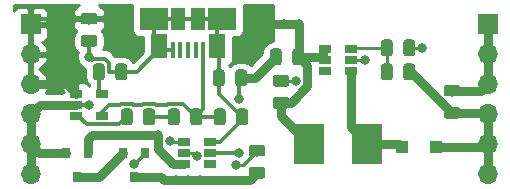
<source format=gbr>
G04 #@! TF.GenerationSoftware,KiCad,Pcbnew,(5.0.1)-3*
G04 #@! TF.CreationDate,2019-09-21T13:45:32-04:00*
G04 #@! TF.ProjectId,BMS Board Rev2,424D5320426F61726420526576322E6B,rev?*
G04 #@! TF.SameCoordinates,Original*
G04 #@! TF.FileFunction,Copper,L1,Top,Signal*
G04 #@! TF.FilePolarity,Positive*
%FSLAX46Y46*%
G04 Gerber Fmt 4.6, Leading zero omitted, Abs format (unit mm)*
G04 Created by KiCad (PCBNEW (5.0.1)-3) date 9/21/2019 1:45:32 PM*
%MOMM*%
%LPD*%
G01*
G04 APERTURE LIST*
G04 #@! TA.AperFunction,Conductor*
%ADD10C,0.100000*%
G04 #@! TD*
G04 #@! TA.AperFunction,SMDPad,CuDef*
%ADD11C,0.975000*%
G04 #@! TD*
G04 #@! TA.AperFunction,SMDPad,CuDef*
%ADD12R,0.450000X1.380000*%
G04 #@! TD*
G04 #@! TA.AperFunction,SMDPad,CuDef*
%ADD13R,1.475000X2.100000*%
G04 #@! TD*
G04 #@! TA.AperFunction,SMDPad,CuDef*
%ADD14R,2.375000X1.900000*%
G04 #@! TD*
G04 #@! TA.AperFunction,SMDPad,CuDef*
%ADD15R,1.175000X1.900000*%
G04 #@! TD*
G04 #@! TA.AperFunction,ComponentPad*
%ADD16R,1.700000X1.700000*%
G04 #@! TD*
G04 #@! TA.AperFunction,ComponentPad*
%ADD17O,1.700000X1.700000*%
G04 #@! TD*
G04 #@! TA.AperFunction,SMDPad,CuDef*
%ADD18R,2.575000X3.350000*%
G04 #@! TD*
G04 #@! TA.AperFunction,SMDPad,CuDef*
%ADD19R,1.100000X1.100000*%
G04 #@! TD*
G04 #@! TA.AperFunction,SMDPad,CuDef*
%ADD20R,0.800000X0.900000*%
G04 #@! TD*
G04 #@! TA.AperFunction,SMDPad,CuDef*
%ADD21R,1.060000X0.650000*%
G04 #@! TD*
G04 #@! TA.AperFunction,ViaPad*
%ADD22C,0.800000*%
G04 #@! TD*
G04 #@! TA.AperFunction,Conductor*
%ADD23C,0.350000*%
G04 #@! TD*
G04 #@! TA.AperFunction,Conductor*
%ADD24C,0.750000*%
G04 #@! TD*
G04 #@! TA.AperFunction,Conductor*
%ADD25C,0.250000*%
G04 #@! TD*
G04 #@! TA.AperFunction,Conductor*
%ADD26C,0.254000*%
G04 #@! TD*
G04 APERTURE END LIST*
D10*
G04 #@! TO.N,BAT-*
G04 #@! TO.C,C3*
G36*
X69314142Y-44647174D02*
X69337803Y-44650684D01*
X69361007Y-44656496D01*
X69383529Y-44664554D01*
X69405153Y-44674782D01*
X69425670Y-44687079D01*
X69444883Y-44701329D01*
X69462607Y-44717393D01*
X69478671Y-44735117D01*
X69492921Y-44754330D01*
X69505218Y-44774847D01*
X69515446Y-44796471D01*
X69523504Y-44818993D01*
X69529316Y-44842197D01*
X69532826Y-44865858D01*
X69534000Y-44889750D01*
X69534000Y-45377250D01*
X69532826Y-45401142D01*
X69529316Y-45424803D01*
X69523504Y-45448007D01*
X69515446Y-45470529D01*
X69505218Y-45492153D01*
X69492921Y-45512670D01*
X69478671Y-45531883D01*
X69462607Y-45549607D01*
X69444883Y-45565671D01*
X69425670Y-45579921D01*
X69405153Y-45592218D01*
X69383529Y-45602446D01*
X69361007Y-45610504D01*
X69337803Y-45616316D01*
X69314142Y-45619826D01*
X69290250Y-45621000D01*
X68377750Y-45621000D01*
X68353858Y-45619826D01*
X68330197Y-45616316D01*
X68306993Y-45610504D01*
X68284471Y-45602446D01*
X68262847Y-45592218D01*
X68242330Y-45579921D01*
X68223117Y-45565671D01*
X68205393Y-45549607D01*
X68189329Y-45531883D01*
X68175079Y-45512670D01*
X68162782Y-45492153D01*
X68152554Y-45470529D01*
X68144496Y-45448007D01*
X68138684Y-45424803D01*
X68135174Y-45401142D01*
X68134000Y-45377250D01*
X68134000Y-44889750D01*
X68135174Y-44865858D01*
X68138684Y-44842197D01*
X68144496Y-44818993D01*
X68152554Y-44796471D01*
X68162782Y-44774847D01*
X68175079Y-44754330D01*
X68189329Y-44735117D01*
X68205393Y-44717393D01*
X68223117Y-44701329D01*
X68242330Y-44687079D01*
X68262847Y-44674782D01*
X68284471Y-44664554D01*
X68306993Y-44656496D01*
X68330197Y-44650684D01*
X68353858Y-44647174D01*
X68377750Y-44646000D01*
X69290250Y-44646000D01*
X69314142Y-44647174D01*
X69314142Y-44647174D01*
G37*
D11*
G04 #@! TD*
G04 #@! TO.P,C3,2*
G04 #@! TO.N,BAT-*
X68834000Y-45133500D03*
D10*
G04 #@! TO.N,BAT+*
G04 #@! TO.C,C3*
G36*
X69314142Y-42772174D02*
X69337803Y-42775684D01*
X69361007Y-42781496D01*
X69383529Y-42789554D01*
X69405153Y-42799782D01*
X69425670Y-42812079D01*
X69444883Y-42826329D01*
X69462607Y-42842393D01*
X69478671Y-42860117D01*
X69492921Y-42879330D01*
X69505218Y-42899847D01*
X69515446Y-42921471D01*
X69523504Y-42943993D01*
X69529316Y-42967197D01*
X69532826Y-42990858D01*
X69534000Y-43014750D01*
X69534000Y-43502250D01*
X69532826Y-43526142D01*
X69529316Y-43549803D01*
X69523504Y-43573007D01*
X69515446Y-43595529D01*
X69505218Y-43617153D01*
X69492921Y-43637670D01*
X69478671Y-43656883D01*
X69462607Y-43674607D01*
X69444883Y-43690671D01*
X69425670Y-43704921D01*
X69405153Y-43717218D01*
X69383529Y-43727446D01*
X69361007Y-43735504D01*
X69337803Y-43741316D01*
X69314142Y-43744826D01*
X69290250Y-43746000D01*
X68377750Y-43746000D01*
X68353858Y-43744826D01*
X68330197Y-43741316D01*
X68306993Y-43735504D01*
X68284471Y-43727446D01*
X68262847Y-43717218D01*
X68242330Y-43704921D01*
X68223117Y-43690671D01*
X68205393Y-43674607D01*
X68189329Y-43656883D01*
X68175079Y-43637670D01*
X68162782Y-43617153D01*
X68152554Y-43595529D01*
X68144496Y-43573007D01*
X68138684Y-43549803D01*
X68135174Y-43526142D01*
X68134000Y-43502250D01*
X68134000Y-43014750D01*
X68135174Y-42990858D01*
X68138684Y-42967197D01*
X68144496Y-42943993D01*
X68152554Y-42921471D01*
X68162782Y-42899847D01*
X68175079Y-42879330D01*
X68189329Y-42860117D01*
X68205393Y-42842393D01*
X68223117Y-42826329D01*
X68242330Y-42812079D01*
X68262847Y-42799782D01*
X68284471Y-42789554D01*
X68306993Y-42781496D01*
X68330197Y-42775684D01*
X68353858Y-42772174D01*
X68377750Y-42771000D01*
X69290250Y-42771000D01*
X69314142Y-42772174D01*
X69314142Y-42772174D01*
G37*
D11*
G04 #@! TD*
G04 #@! TO.P,C3,1*
G04 #@! TO.N,BAT+*
X68834000Y-43258500D03*
D12*
G04 #@! TO.P,J2,1*
G04 #@! TO.N,Net-(C1-Pad1)*
X78516000Y-45910000D03*
G04 #@! TO.P,J2,2*
G04 #@! TO.N,Net-(J2-Pad2)*
X77866000Y-45910000D03*
G04 #@! TO.P,J2,3*
G04 #@! TO.N,Net-(J2-Pad3)*
X77216000Y-45910000D03*
G04 #@! TO.P,J2,4*
G04 #@! TO.N,Net-(J2-Pad4)*
X76566000Y-45910000D03*
G04 #@! TO.P,J2,5*
G04 #@! TO.N,BAT-*
X75916000Y-45910000D03*
D13*
G04 #@! TO.P,J2,6*
X79678500Y-45550000D03*
X74753500Y-45550000D03*
D14*
X80126000Y-43250000D03*
X74306000Y-43250000D03*
D15*
X78056000Y-43250000D03*
X76376000Y-43250000D03*
G04 #@! TD*
D16*
G04 #@! TO.P,J3,1*
G04 #@! TO.N,GND_Protected*
X102616000Y-43688000D03*
D17*
G04 #@! TO.P,J3,2*
X102616000Y-46228000D03*
G04 #@! TO.P,J3,3*
X102616000Y-48768000D03*
G04 #@! TO.P,J3,4*
G04 #@! TO.N,Net-(C5-Pad1)*
X102616000Y-51308000D03*
G04 #@! TO.P,J3,5*
X102616000Y-53848000D03*
G04 #@! TO.P,J3,6*
X102616000Y-56388000D03*
G04 #@! TD*
D18*
G04 #@! TO.P,L1,1*
G04 #@! TO.N,Net-(D2-Pad2)*
X92403500Y-53848000D03*
G04 #@! TO.P,L1,2*
G04 #@! TO.N,BAT+*
X87428500Y-53848000D03*
G04 #@! TD*
D10*
G04 #@! TO.N,Net-(C1-Pad1)*
G04 #@! TO.C,C1*
G36*
X80180642Y-50863174D02*
X80204303Y-50866684D01*
X80227507Y-50872496D01*
X80250029Y-50880554D01*
X80271653Y-50890782D01*
X80292170Y-50903079D01*
X80311383Y-50917329D01*
X80329107Y-50933393D01*
X80345171Y-50951117D01*
X80359421Y-50970330D01*
X80371718Y-50990847D01*
X80381946Y-51012471D01*
X80390004Y-51034993D01*
X80395816Y-51058197D01*
X80399326Y-51081858D01*
X80400500Y-51105750D01*
X80400500Y-52018250D01*
X80399326Y-52042142D01*
X80395816Y-52065803D01*
X80390004Y-52089007D01*
X80381946Y-52111529D01*
X80371718Y-52133153D01*
X80359421Y-52153670D01*
X80345171Y-52172883D01*
X80329107Y-52190607D01*
X80311383Y-52206671D01*
X80292170Y-52220921D01*
X80271653Y-52233218D01*
X80250029Y-52243446D01*
X80227507Y-52251504D01*
X80204303Y-52257316D01*
X80180642Y-52260826D01*
X80156750Y-52262000D01*
X79669250Y-52262000D01*
X79645358Y-52260826D01*
X79621697Y-52257316D01*
X79598493Y-52251504D01*
X79575971Y-52243446D01*
X79554347Y-52233218D01*
X79533830Y-52220921D01*
X79514617Y-52206671D01*
X79496893Y-52190607D01*
X79480829Y-52172883D01*
X79466579Y-52153670D01*
X79454282Y-52133153D01*
X79444054Y-52111529D01*
X79435996Y-52089007D01*
X79430184Y-52065803D01*
X79426674Y-52042142D01*
X79425500Y-52018250D01*
X79425500Y-51105750D01*
X79426674Y-51081858D01*
X79430184Y-51058197D01*
X79435996Y-51034993D01*
X79444054Y-51012471D01*
X79454282Y-50990847D01*
X79466579Y-50970330D01*
X79480829Y-50951117D01*
X79496893Y-50933393D01*
X79514617Y-50917329D01*
X79533830Y-50903079D01*
X79554347Y-50890782D01*
X79575971Y-50880554D01*
X79598493Y-50872496D01*
X79621697Y-50866684D01*
X79645358Y-50863174D01*
X79669250Y-50862000D01*
X80156750Y-50862000D01*
X80180642Y-50863174D01*
X80180642Y-50863174D01*
G37*
D11*
G04 #@! TD*
G04 #@! TO.P,C1,1*
G04 #@! TO.N,Net-(C1-Pad1)*
X79913000Y-51562000D03*
D10*
G04 #@! TO.N,BAT-*
G04 #@! TO.C,C1*
G36*
X82055642Y-50863174D02*
X82079303Y-50866684D01*
X82102507Y-50872496D01*
X82125029Y-50880554D01*
X82146653Y-50890782D01*
X82167170Y-50903079D01*
X82186383Y-50917329D01*
X82204107Y-50933393D01*
X82220171Y-50951117D01*
X82234421Y-50970330D01*
X82246718Y-50990847D01*
X82256946Y-51012471D01*
X82265004Y-51034993D01*
X82270816Y-51058197D01*
X82274326Y-51081858D01*
X82275500Y-51105750D01*
X82275500Y-52018250D01*
X82274326Y-52042142D01*
X82270816Y-52065803D01*
X82265004Y-52089007D01*
X82256946Y-52111529D01*
X82246718Y-52133153D01*
X82234421Y-52153670D01*
X82220171Y-52172883D01*
X82204107Y-52190607D01*
X82186383Y-52206671D01*
X82167170Y-52220921D01*
X82146653Y-52233218D01*
X82125029Y-52243446D01*
X82102507Y-52251504D01*
X82079303Y-52257316D01*
X82055642Y-52260826D01*
X82031750Y-52262000D01*
X81544250Y-52262000D01*
X81520358Y-52260826D01*
X81496697Y-52257316D01*
X81473493Y-52251504D01*
X81450971Y-52243446D01*
X81429347Y-52233218D01*
X81408830Y-52220921D01*
X81389617Y-52206671D01*
X81371893Y-52190607D01*
X81355829Y-52172883D01*
X81341579Y-52153670D01*
X81329282Y-52133153D01*
X81319054Y-52111529D01*
X81310996Y-52089007D01*
X81305184Y-52065803D01*
X81301674Y-52042142D01*
X81300500Y-52018250D01*
X81300500Y-51105750D01*
X81301674Y-51081858D01*
X81305184Y-51058197D01*
X81310996Y-51034993D01*
X81319054Y-51012471D01*
X81329282Y-50990847D01*
X81341579Y-50970330D01*
X81355829Y-50951117D01*
X81371893Y-50933393D01*
X81389617Y-50917329D01*
X81408830Y-50903079D01*
X81429347Y-50890782D01*
X81450971Y-50880554D01*
X81473493Y-50872496D01*
X81496697Y-50866684D01*
X81520358Y-50863174D01*
X81544250Y-50862000D01*
X82031750Y-50862000D01*
X82055642Y-50863174D01*
X82055642Y-50863174D01*
G37*
D11*
G04 #@! TD*
G04 #@! TO.P,C1,2*
G04 #@! TO.N,BAT-*
X81788000Y-51562000D03*
D10*
G04 #@! TO.N,BAT-*
G04 #@! TO.C,C2*
G36*
X80102142Y-47561174D02*
X80125803Y-47564684D01*
X80149007Y-47570496D01*
X80171529Y-47578554D01*
X80193153Y-47588782D01*
X80213670Y-47601079D01*
X80232883Y-47615329D01*
X80250607Y-47631393D01*
X80266671Y-47649117D01*
X80280921Y-47668330D01*
X80293218Y-47688847D01*
X80303446Y-47710471D01*
X80311504Y-47732993D01*
X80317316Y-47756197D01*
X80320826Y-47779858D01*
X80322000Y-47803750D01*
X80322000Y-48716250D01*
X80320826Y-48740142D01*
X80317316Y-48763803D01*
X80311504Y-48787007D01*
X80303446Y-48809529D01*
X80293218Y-48831153D01*
X80280921Y-48851670D01*
X80266671Y-48870883D01*
X80250607Y-48888607D01*
X80232883Y-48904671D01*
X80213670Y-48918921D01*
X80193153Y-48931218D01*
X80171529Y-48941446D01*
X80149007Y-48949504D01*
X80125803Y-48955316D01*
X80102142Y-48958826D01*
X80078250Y-48960000D01*
X79590750Y-48960000D01*
X79566858Y-48958826D01*
X79543197Y-48955316D01*
X79519993Y-48949504D01*
X79497471Y-48941446D01*
X79475847Y-48931218D01*
X79455330Y-48918921D01*
X79436117Y-48904671D01*
X79418393Y-48888607D01*
X79402329Y-48870883D01*
X79388079Y-48851670D01*
X79375782Y-48831153D01*
X79365554Y-48809529D01*
X79357496Y-48787007D01*
X79351684Y-48763803D01*
X79348174Y-48740142D01*
X79347000Y-48716250D01*
X79347000Y-47803750D01*
X79348174Y-47779858D01*
X79351684Y-47756197D01*
X79357496Y-47732993D01*
X79365554Y-47710471D01*
X79375782Y-47688847D01*
X79388079Y-47668330D01*
X79402329Y-47649117D01*
X79418393Y-47631393D01*
X79436117Y-47615329D01*
X79455330Y-47601079D01*
X79475847Y-47588782D01*
X79497471Y-47578554D01*
X79519993Y-47570496D01*
X79543197Y-47564684D01*
X79566858Y-47561174D01*
X79590750Y-47560000D01*
X80078250Y-47560000D01*
X80102142Y-47561174D01*
X80102142Y-47561174D01*
G37*
D11*
G04 #@! TD*
G04 #@! TO.P,C2,2*
G04 #@! TO.N,BAT-*
X79834500Y-48260000D03*
D10*
G04 #@! TO.N,Net-(C2-Pad1)*
G04 #@! TO.C,C2*
G36*
X81977142Y-47561174D02*
X82000803Y-47564684D01*
X82024007Y-47570496D01*
X82046529Y-47578554D01*
X82068153Y-47588782D01*
X82088670Y-47601079D01*
X82107883Y-47615329D01*
X82125607Y-47631393D01*
X82141671Y-47649117D01*
X82155921Y-47668330D01*
X82168218Y-47688847D01*
X82178446Y-47710471D01*
X82186504Y-47732993D01*
X82192316Y-47756197D01*
X82195826Y-47779858D01*
X82197000Y-47803750D01*
X82197000Y-48716250D01*
X82195826Y-48740142D01*
X82192316Y-48763803D01*
X82186504Y-48787007D01*
X82178446Y-48809529D01*
X82168218Y-48831153D01*
X82155921Y-48851670D01*
X82141671Y-48870883D01*
X82125607Y-48888607D01*
X82107883Y-48904671D01*
X82088670Y-48918921D01*
X82068153Y-48931218D01*
X82046529Y-48941446D01*
X82024007Y-48949504D01*
X82000803Y-48955316D01*
X81977142Y-48958826D01*
X81953250Y-48960000D01*
X81465750Y-48960000D01*
X81441858Y-48958826D01*
X81418197Y-48955316D01*
X81394993Y-48949504D01*
X81372471Y-48941446D01*
X81350847Y-48931218D01*
X81330330Y-48918921D01*
X81311117Y-48904671D01*
X81293393Y-48888607D01*
X81277329Y-48870883D01*
X81263079Y-48851670D01*
X81250782Y-48831153D01*
X81240554Y-48809529D01*
X81232496Y-48787007D01*
X81226684Y-48763803D01*
X81223174Y-48740142D01*
X81222000Y-48716250D01*
X81222000Y-47803750D01*
X81223174Y-47779858D01*
X81226684Y-47756197D01*
X81232496Y-47732993D01*
X81240554Y-47710471D01*
X81250782Y-47688847D01*
X81263079Y-47668330D01*
X81277329Y-47649117D01*
X81293393Y-47631393D01*
X81311117Y-47615329D01*
X81330330Y-47601079D01*
X81350847Y-47588782D01*
X81372471Y-47578554D01*
X81394993Y-47570496D01*
X81418197Y-47564684D01*
X81441858Y-47561174D01*
X81465750Y-47560000D01*
X81953250Y-47560000D01*
X81977142Y-47561174D01*
X81977142Y-47561174D01*
G37*
D11*
G04 #@! TD*
G04 #@! TO.P,C2,1*
G04 #@! TO.N,Net-(C2-Pad1)*
X81709500Y-48260000D03*
D10*
G04 #@! TO.N,GND_Protected*
G04 #@! TO.C,C4*
G36*
X85570142Y-48027674D02*
X85593803Y-48031184D01*
X85617007Y-48036996D01*
X85639529Y-48045054D01*
X85661153Y-48055282D01*
X85681670Y-48067579D01*
X85700883Y-48081829D01*
X85718607Y-48097893D01*
X85734671Y-48115617D01*
X85748921Y-48134830D01*
X85761218Y-48155347D01*
X85771446Y-48176971D01*
X85779504Y-48199493D01*
X85785316Y-48222697D01*
X85788826Y-48246358D01*
X85790000Y-48270250D01*
X85790000Y-48757750D01*
X85788826Y-48781642D01*
X85785316Y-48805303D01*
X85779504Y-48828507D01*
X85771446Y-48851029D01*
X85761218Y-48872653D01*
X85748921Y-48893170D01*
X85734671Y-48912383D01*
X85718607Y-48930107D01*
X85700883Y-48946171D01*
X85681670Y-48960421D01*
X85661153Y-48972718D01*
X85639529Y-48982946D01*
X85617007Y-48991004D01*
X85593803Y-48996816D01*
X85570142Y-49000326D01*
X85546250Y-49001500D01*
X84633750Y-49001500D01*
X84609858Y-49000326D01*
X84586197Y-48996816D01*
X84562993Y-48991004D01*
X84540471Y-48982946D01*
X84518847Y-48972718D01*
X84498330Y-48960421D01*
X84479117Y-48946171D01*
X84461393Y-48930107D01*
X84445329Y-48912383D01*
X84431079Y-48893170D01*
X84418782Y-48872653D01*
X84408554Y-48851029D01*
X84400496Y-48828507D01*
X84394684Y-48805303D01*
X84391174Y-48781642D01*
X84390000Y-48757750D01*
X84390000Y-48270250D01*
X84391174Y-48246358D01*
X84394684Y-48222697D01*
X84400496Y-48199493D01*
X84408554Y-48176971D01*
X84418782Y-48155347D01*
X84431079Y-48134830D01*
X84445329Y-48115617D01*
X84461393Y-48097893D01*
X84479117Y-48081829D01*
X84498330Y-48067579D01*
X84518847Y-48055282D01*
X84540471Y-48045054D01*
X84562993Y-48036996D01*
X84586197Y-48031184D01*
X84609858Y-48027674D01*
X84633750Y-48026500D01*
X85546250Y-48026500D01*
X85570142Y-48027674D01*
X85570142Y-48027674D01*
G37*
D11*
G04 #@! TD*
G04 #@! TO.P,C4,2*
G04 #@! TO.N,GND_Protected*
X85090000Y-48514000D03*
D10*
G04 #@! TO.N,BAT+*
G04 #@! TO.C,C4*
G36*
X85570142Y-49902674D02*
X85593803Y-49906184D01*
X85617007Y-49911996D01*
X85639529Y-49920054D01*
X85661153Y-49930282D01*
X85681670Y-49942579D01*
X85700883Y-49956829D01*
X85718607Y-49972893D01*
X85734671Y-49990617D01*
X85748921Y-50009830D01*
X85761218Y-50030347D01*
X85771446Y-50051971D01*
X85779504Y-50074493D01*
X85785316Y-50097697D01*
X85788826Y-50121358D01*
X85790000Y-50145250D01*
X85790000Y-50632750D01*
X85788826Y-50656642D01*
X85785316Y-50680303D01*
X85779504Y-50703507D01*
X85771446Y-50726029D01*
X85761218Y-50747653D01*
X85748921Y-50768170D01*
X85734671Y-50787383D01*
X85718607Y-50805107D01*
X85700883Y-50821171D01*
X85681670Y-50835421D01*
X85661153Y-50847718D01*
X85639529Y-50857946D01*
X85617007Y-50866004D01*
X85593803Y-50871816D01*
X85570142Y-50875326D01*
X85546250Y-50876500D01*
X84633750Y-50876500D01*
X84609858Y-50875326D01*
X84586197Y-50871816D01*
X84562993Y-50866004D01*
X84540471Y-50857946D01*
X84518847Y-50847718D01*
X84498330Y-50835421D01*
X84479117Y-50821171D01*
X84461393Y-50805107D01*
X84445329Y-50787383D01*
X84431079Y-50768170D01*
X84418782Y-50747653D01*
X84408554Y-50726029D01*
X84400496Y-50703507D01*
X84394684Y-50680303D01*
X84391174Y-50656642D01*
X84390000Y-50632750D01*
X84390000Y-50145250D01*
X84391174Y-50121358D01*
X84394684Y-50097697D01*
X84400496Y-50074493D01*
X84408554Y-50051971D01*
X84418782Y-50030347D01*
X84431079Y-50009830D01*
X84445329Y-49990617D01*
X84461393Y-49972893D01*
X84479117Y-49956829D01*
X84498330Y-49942579D01*
X84518847Y-49930282D01*
X84540471Y-49920054D01*
X84562993Y-49911996D01*
X84586197Y-49906184D01*
X84609858Y-49902674D01*
X84633750Y-49901500D01*
X85546250Y-49901500D01*
X85570142Y-49902674D01*
X85570142Y-49902674D01*
G37*
D11*
G04 #@! TD*
G04 #@! TO.P,C4,1*
G04 #@! TO.N,BAT+*
X85090000Y-50389000D03*
D10*
G04 #@! TO.N,Net-(C5-Pad1)*
G04 #@! TO.C,C5*
G36*
X100048142Y-50743174D02*
X100071803Y-50746684D01*
X100095007Y-50752496D01*
X100117529Y-50760554D01*
X100139153Y-50770782D01*
X100159670Y-50783079D01*
X100178883Y-50797329D01*
X100196607Y-50813393D01*
X100212671Y-50831117D01*
X100226921Y-50850330D01*
X100239218Y-50870847D01*
X100249446Y-50892471D01*
X100257504Y-50914993D01*
X100263316Y-50938197D01*
X100266826Y-50961858D01*
X100268000Y-50985750D01*
X100268000Y-51473250D01*
X100266826Y-51497142D01*
X100263316Y-51520803D01*
X100257504Y-51544007D01*
X100249446Y-51566529D01*
X100239218Y-51588153D01*
X100226921Y-51608670D01*
X100212671Y-51627883D01*
X100196607Y-51645607D01*
X100178883Y-51661671D01*
X100159670Y-51675921D01*
X100139153Y-51688218D01*
X100117529Y-51698446D01*
X100095007Y-51706504D01*
X100071803Y-51712316D01*
X100048142Y-51715826D01*
X100024250Y-51717000D01*
X99111750Y-51717000D01*
X99087858Y-51715826D01*
X99064197Y-51712316D01*
X99040993Y-51706504D01*
X99018471Y-51698446D01*
X98996847Y-51688218D01*
X98976330Y-51675921D01*
X98957117Y-51661671D01*
X98939393Y-51645607D01*
X98923329Y-51627883D01*
X98909079Y-51608670D01*
X98896782Y-51588153D01*
X98886554Y-51566529D01*
X98878496Y-51544007D01*
X98872684Y-51520803D01*
X98869174Y-51497142D01*
X98868000Y-51473250D01*
X98868000Y-50985750D01*
X98869174Y-50961858D01*
X98872684Y-50938197D01*
X98878496Y-50914993D01*
X98886554Y-50892471D01*
X98896782Y-50870847D01*
X98909079Y-50850330D01*
X98923329Y-50831117D01*
X98939393Y-50813393D01*
X98957117Y-50797329D01*
X98976330Y-50783079D01*
X98996847Y-50770782D01*
X99018471Y-50760554D01*
X99040993Y-50752496D01*
X99064197Y-50746684D01*
X99087858Y-50743174D01*
X99111750Y-50742000D01*
X100024250Y-50742000D01*
X100048142Y-50743174D01*
X100048142Y-50743174D01*
G37*
D11*
G04 #@! TD*
G04 #@! TO.P,C5,1*
G04 #@! TO.N,Net-(C5-Pad1)*
X99568000Y-51229500D03*
D10*
G04 #@! TO.N,GND_Protected*
G04 #@! TO.C,C5*
G36*
X100048142Y-48868174D02*
X100071803Y-48871684D01*
X100095007Y-48877496D01*
X100117529Y-48885554D01*
X100139153Y-48895782D01*
X100159670Y-48908079D01*
X100178883Y-48922329D01*
X100196607Y-48938393D01*
X100212671Y-48956117D01*
X100226921Y-48975330D01*
X100239218Y-48995847D01*
X100249446Y-49017471D01*
X100257504Y-49039993D01*
X100263316Y-49063197D01*
X100266826Y-49086858D01*
X100268000Y-49110750D01*
X100268000Y-49598250D01*
X100266826Y-49622142D01*
X100263316Y-49645803D01*
X100257504Y-49669007D01*
X100249446Y-49691529D01*
X100239218Y-49713153D01*
X100226921Y-49733670D01*
X100212671Y-49752883D01*
X100196607Y-49770607D01*
X100178883Y-49786671D01*
X100159670Y-49800921D01*
X100139153Y-49813218D01*
X100117529Y-49823446D01*
X100095007Y-49831504D01*
X100071803Y-49837316D01*
X100048142Y-49840826D01*
X100024250Y-49842000D01*
X99111750Y-49842000D01*
X99087858Y-49840826D01*
X99064197Y-49837316D01*
X99040993Y-49831504D01*
X99018471Y-49823446D01*
X98996847Y-49813218D01*
X98976330Y-49800921D01*
X98957117Y-49786671D01*
X98939393Y-49770607D01*
X98923329Y-49752883D01*
X98909079Y-49733670D01*
X98896782Y-49713153D01*
X98886554Y-49691529D01*
X98878496Y-49669007D01*
X98872684Y-49645803D01*
X98869174Y-49622142D01*
X98868000Y-49598250D01*
X98868000Y-49110750D01*
X98869174Y-49086858D01*
X98872684Y-49063197D01*
X98878496Y-49039993D01*
X98886554Y-49017471D01*
X98896782Y-48995847D01*
X98909079Y-48975330D01*
X98923329Y-48956117D01*
X98939393Y-48938393D01*
X98957117Y-48922329D01*
X98976330Y-48908079D01*
X98996847Y-48895782D01*
X99018471Y-48885554D01*
X99040993Y-48877496D01*
X99064197Y-48871684D01*
X99087858Y-48868174D01*
X99111750Y-48867000D01*
X100024250Y-48867000D01*
X100048142Y-48868174D01*
X100048142Y-48868174D01*
G37*
D11*
G04 #@! TD*
G04 #@! TO.P,C5,2*
G04 #@! TO.N,GND_Protected*
X99568000Y-49354500D03*
D16*
G04 #@! TO.P,J1,1*
G04 #@! TO.N,BAT+*
X63895001Y-43735001D03*
D17*
G04 #@! TO.P,J1,2*
X63895001Y-46275001D03*
G04 #@! TO.P,J1,3*
X63895001Y-48815001D03*
G04 #@! TO.P,J1,4*
G04 #@! TO.N,BAT-*
X63895001Y-51355001D03*
G04 #@! TO.P,J1,5*
X63895001Y-53895001D03*
G04 #@! TO.P,J1,6*
X63895001Y-56435001D03*
G04 #@! TD*
D19*
G04 #@! TO.P,D2,1*
G04 #@! TO.N,Net-(C5-Pad1)*
X98174000Y-54102000D03*
G04 #@! TO.P,D2,2*
G04 #@! TO.N,Net-(D2-Pad2)*
X95374000Y-54102000D03*
G04 #@! TD*
D10*
G04 #@! TO.N,Net-(D1-Pad1)*
G04 #@! TO.C,D1*
G36*
X76292142Y-50863174D02*
X76315803Y-50866684D01*
X76339007Y-50872496D01*
X76361529Y-50880554D01*
X76383153Y-50890782D01*
X76403670Y-50903079D01*
X76422883Y-50917329D01*
X76440607Y-50933393D01*
X76456671Y-50951117D01*
X76470921Y-50970330D01*
X76483218Y-50990847D01*
X76493446Y-51012471D01*
X76501504Y-51034993D01*
X76507316Y-51058197D01*
X76510826Y-51081858D01*
X76512000Y-51105750D01*
X76512000Y-52018250D01*
X76510826Y-52042142D01*
X76507316Y-52065803D01*
X76501504Y-52089007D01*
X76493446Y-52111529D01*
X76483218Y-52133153D01*
X76470921Y-52153670D01*
X76456671Y-52172883D01*
X76440607Y-52190607D01*
X76422883Y-52206671D01*
X76403670Y-52220921D01*
X76383153Y-52233218D01*
X76361529Y-52243446D01*
X76339007Y-52251504D01*
X76315803Y-52257316D01*
X76292142Y-52260826D01*
X76268250Y-52262000D01*
X75780750Y-52262000D01*
X75756858Y-52260826D01*
X75733197Y-52257316D01*
X75709993Y-52251504D01*
X75687471Y-52243446D01*
X75665847Y-52233218D01*
X75645330Y-52220921D01*
X75626117Y-52206671D01*
X75608393Y-52190607D01*
X75592329Y-52172883D01*
X75578079Y-52153670D01*
X75565782Y-52133153D01*
X75555554Y-52111529D01*
X75547496Y-52089007D01*
X75541684Y-52065803D01*
X75538174Y-52042142D01*
X75537000Y-52018250D01*
X75537000Y-51105750D01*
X75538174Y-51081858D01*
X75541684Y-51058197D01*
X75547496Y-51034993D01*
X75555554Y-51012471D01*
X75565782Y-50990847D01*
X75578079Y-50970330D01*
X75592329Y-50951117D01*
X75608393Y-50933393D01*
X75626117Y-50917329D01*
X75645330Y-50903079D01*
X75665847Y-50890782D01*
X75687471Y-50880554D01*
X75709993Y-50872496D01*
X75733197Y-50866684D01*
X75756858Y-50863174D01*
X75780750Y-50862000D01*
X76268250Y-50862000D01*
X76292142Y-50863174D01*
X76292142Y-50863174D01*
G37*
D11*
G04 #@! TD*
G04 #@! TO.P,D1,1*
G04 #@! TO.N,Net-(D1-Pad1)*
X76024500Y-51562000D03*
D10*
G04 #@! TO.N,Net-(C1-Pad1)*
G04 #@! TO.C,D1*
G36*
X78167142Y-50863174D02*
X78190803Y-50866684D01*
X78214007Y-50872496D01*
X78236529Y-50880554D01*
X78258153Y-50890782D01*
X78278670Y-50903079D01*
X78297883Y-50917329D01*
X78315607Y-50933393D01*
X78331671Y-50951117D01*
X78345921Y-50970330D01*
X78358218Y-50990847D01*
X78368446Y-51012471D01*
X78376504Y-51034993D01*
X78382316Y-51058197D01*
X78385826Y-51081858D01*
X78387000Y-51105750D01*
X78387000Y-52018250D01*
X78385826Y-52042142D01*
X78382316Y-52065803D01*
X78376504Y-52089007D01*
X78368446Y-52111529D01*
X78358218Y-52133153D01*
X78345921Y-52153670D01*
X78331671Y-52172883D01*
X78315607Y-52190607D01*
X78297883Y-52206671D01*
X78278670Y-52220921D01*
X78258153Y-52233218D01*
X78236529Y-52243446D01*
X78214007Y-52251504D01*
X78190803Y-52257316D01*
X78167142Y-52260826D01*
X78143250Y-52262000D01*
X77655750Y-52262000D01*
X77631858Y-52260826D01*
X77608197Y-52257316D01*
X77584993Y-52251504D01*
X77562471Y-52243446D01*
X77540847Y-52233218D01*
X77520330Y-52220921D01*
X77501117Y-52206671D01*
X77483393Y-52190607D01*
X77467329Y-52172883D01*
X77453079Y-52153670D01*
X77440782Y-52133153D01*
X77430554Y-52111529D01*
X77422496Y-52089007D01*
X77416684Y-52065803D01*
X77413174Y-52042142D01*
X77412000Y-52018250D01*
X77412000Y-51105750D01*
X77413174Y-51081858D01*
X77416684Y-51058197D01*
X77422496Y-51034993D01*
X77430554Y-51012471D01*
X77440782Y-50990847D01*
X77453079Y-50970330D01*
X77467329Y-50951117D01*
X77483393Y-50933393D01*
X77501117Y-50917329D01*
X77520330Y-50903079D01*
X77540847Y-50890782D01*
X77562471Y-50880554D01*
X77584993Y-50872496D01*
X77608197Y-50866684D01*
X77631858Y-50863174D01*
X77655750Y-50862000D01*
X78143250Y-50862000D01*
X78167142Y-50863174D01*
X78167142Y-50863174D01*
G37*
D11*
G04 #@! TD*
G04 #@! TO.P,D1,2*
G04 #@! TO.N,Net-(C1-Pad1)*
X77899500Y-51562000D03*
D20*
G04 #@! TO.P,U4,3*
G04 #@! TO.N,Net-(U3-Pad2)*
X67818000Y-56626000D03*
G04 #@! TO.P,U4,2*
G04 #@! TO.N,BAT-*
X66868000Y-54626000D03*
G04 #@! TO.P,U4,1*
G04 #@! TO.N,Net-(U1-Pad3)*
X68768000Y-54626000D03*
G04 #@! TD*
G04 #@! TO.P,U3,1*
G04 #@! TO.N,Net-(U1-Pad1)*
X73594000Y-54626000D03*
G04 #@! TO.P,U3,2*
G04 #@! TO.N,Net-(U3-Pad2)*
X71694000Y-54626000D03*
G04 #@! TO.P,U3,3*
G04 #@! TO.N,GND_Protected*
X72644000Y-56626000D03*
G04 #@! TD*
D21*
G04 #@! TO.P,U2,1*
G04 #@! TO.N,BAT+*
X67734000Y-49596000D03*
G04 #@! TO.P,U2,2*
G04 #@! TO.N,BAT-*
X67734000Y-50546000D03*
G04 #@! TO.P,U2,3*
G04 #@! TO.N,chrg_indicator*
X67734000Y-51496000D03*
G04 #@! TO.P,U2,4*
G04 #@! TO.N,Net-(C1-Pad1)*
X69934000Y-51496000D03*
G04 #@! TO.P,U2,5*
G04 #@! TO.N,Net-(R3-Pad1)*
X69934000Y-49596000D03*
G04 #@! TD*
G04 #@! TO.P,U1,5*
G04 #@! TO.N,Net-(C2-Pad1)*
X79078000Y-54610000D03*
G04 #@! TO.P,U1,6*
G04 #@! TO.N,BAT-*
X79078000Y-53660000D03*
G04 #@! TO.P,U1,4*
G04 #@! TO.N,Net-(U1-Pad4)*
X79078000Y-55560000D03*
G04 #@! TO.P,U1,3*
G04 #@! TO.N,Net-(U1-Pad3)*
X76878000Y-55560000D03*
G04 #@! TO.P,U1,2*
G04 #@! TO.N,Net-(R2-Pad1)*
X76878000Y-54610000D03*
G04 #@! TO.P,U1,1*
G04 #@! TO.N,Net-(U1-Pad1)*
X76878000Y-53660000D03*
G04 #@! TD*
G04 #@! TO.P,U5,1*
G04 #@! TO.N,Net-(D2-Pad2)*
X91016000Y-47686000D03*
G04 #@! TO.P,U5,2*
G04 #@! TO.N,GND_Protected*
X91016000Y-46736000D03*
G04 #@! TO.P,U5,3*
G04 #@! TO.N,Net-(R5-Pad2)*
X91016000Y-45786000D03*
G04 #@! TO.P,U5,4*
G04 #@! TO.N,BAT+*
X88816000Y-45786000D03*
G04 #@! TO.P,U5,6*
G04 #@! TO.N,N/C*
X88816000Y-47686000D03*
G04 #@! TO.P,U5,5*
G04 #@! TO.N,BAT+*
X88816000Y-46736000D03*
G04 #@! TD*
D10*
G04 #@! TO.N,Net-(R5-Pad2)*
G04 #@! TO.C,R5*
G36*
X94326142Y-47053174D02*
X94349803Y-47056684D01*
X94373007Y-47062496D01*
X94395529Y-47070554D01*
X94417153Y-47080782D01*
X94437670Y-47093079D01*
X94456883Y-47107329D01*
X94474607Y-47123393D01*
X94490671Y-47141117D01*
X94504921Y-47160330D01*
X94517218Y-47180847D01*
X94527446Y-47202471D01*
X94535504Y-47224993D01*
X94541316Y-47248197D01*
X94544826Y-47271858D01*
X94546000Y-47295750D01*
X94546000Y-48208250D01*
X94544826Y-48232142D01*
X94541316Y-48255803D01*
X94535504Y-48279007D01*
X94527446Y-48301529D01*
X94517218Y-48323153D01*
X94504921Y-48343670D01*
X94490671Y-48362883D01*
X94474607Y-48380607D01*
X94456883Y-48396671D01*
X94437670Y-48410921D01*
X94417153Y-48423218D01*
X94395529Y-48433446D01*
X94373007Y-48441504D01*
X94349803Y-48447316D01*
X94326142Y-48450826D01*
X94302250Y-48452000D01*
X93814750Y-48452000D01*
X93790858Y-48450826D01*
X93767197Y-48447316D01*
X93743993Y-48441504D01*
X93721471Y-48433446D01*
X93699847Y-48423218D01*
X93679330Y-48410921D01*
X93660117Y-48396671D01*
X93642393Y-48380607D01*
X93626329Y-48362883D01*
X93612079Y-48343670D01*
X93599782Y-48323153D01*
X93589554Y-48301529D01*
X93581496Y-48279007D01*
X93575684Y-48255803D01*
X93572174Y-48232142D01*
X93571000Y-48208250D01*
X93571000Y-47295750D01*
X93572174Y-47271858D01*
X93575684Y-47248197D01*
X93581496Y-47224993D01*
X93589554Y-47202471D01*
X93599782Y-47180847D01*
X93612079Y-47160330D01*
X93626329Y-47141117D01*
X93642393Y-47123393D01*
X93660117Y-47107329D01*
X93679330Y-47093079D01*
X93699847Y-47080782D01*
X93721471Y-47070554D01*
X93743993Y-47062496D01*
X93767197Y-47056684D01*
X93790858Y-47053174D01*
X93814750Y-47052000D01*
X94302250Y-47052000D01*
X94326142Y-47053174D01*
X94326142Y-47053174D01*
G37*
D11*
G04 #@! TD*
G04 #@! TO.P,R5,2*
G04 #@! TO.N,Net-(R5-Pad2)*
X94058500Y-47752000D03*
D10*
G04 #@! TO.N,Net-(C5-Pad1)*
G04 #@! TO.C,R5*
G36*
X96201142Y-47053174D02*
X96224803Y-47056684D01*
X96248007Y-47062496D01*
X96270529Y-47070554D01*
X96292153Y-47080782D01*
X96312670Y-47093079D01*
X96331883Y-47107329D01*
X96349607Y-47123393D01*
X96365671Y-47141117D01*
X96379921Y-47160330D01*
X96392218Y-47180847D01*
X96402446Y-47202471D01*
X96410504Y-47224993D01*
X96416316Y-47248197D01*
X96419826Y-47271858D01*
X96421000Y-47295750D01*
X96421000Y-48208250D01*
X96419826Y-48232142D01*
X96416316Y-48255803D01*
X96410504Y-48279007D01*
X96402446Y-48301529D01*
X96392218Y-48323153D01*
X96379921Y-48343670D01*
X96365671Y-48362883D01*
X96349607Y-48380607D01*
X96331883Y-48396671D01*
X96312670Y-48410921D01*
X96292153Y-48423218D01*
X96270529Y-48433446D01*
X96248007Y-48441504D01*
X96224803Y-48447316D01*
X96201142Y-48450826D01*
X96177250Y-48452000D01*
X95689750Y-48452000D01*
X95665858Y-48450826D01*
X95642197Y-48447316D01*
X95618993Y-48441504D01*
X95596471Y-48433446D01*
X95574847Y-48423218D01*
X95554330Y-48410921D01*
X95535117Y-48396671D01*
X95517393Y-48380607D01*
X95501329Y-48362883D01*
X95487079Y-48343670D01*
X95474782Y-48323153D01*
X95464554Y-48301529D01*
X95456496Y-48279007D01*
X95450684Y-48255803D01*
X95447174Y-48232142D01*
X95446000Y-48208250D01*
X95446000Y-47295750D01*
X95447174Y-47271858D01*
X95450684Y-47248197D01*
X95456496Y-47224993D01*
X95464554Y-47202471D01*
X95474782Y-47180847D01*
X95487079Y-47160330D01*
X95501329Y-47141117D01*
X95517393Y-47123393D01*
X95535117Y-47107329D01*
X95554330Y-47093079D01*
X95574847Y-47080782D01*
X95596471Y-47070554D01*
X95618993Y-47062496D01*
X95642197Y-47056684D01*
X95665858Y-47053174D01*
X95689750Y-47052000D01*
X96177250Y-47052000D01*
X96201142Y-47053174D01*
X96201142Y-47053174D01*
G37*
D11*
G04 #@! TD*
G04 #@! TO.P,R5,1*
G04 #@! TO.N,Net-(C5-Pad1)*
X95933500Y-47752000D03*
D10*
G04 #@! TO.N,Net-(R5-Pad2)*
G04 #@! TO.C,R6*
G36*
X94326142Y-45021174D02*
X94349803Y-45024684D01*
X94373007Y-45030496D01*
X94395529Y-45038554D01*
X94417153Y-45048782D01*
X94437670Y-45061079D01*
X94456883Y-45075329D01*
X94474607Y-45091393D01*
X94490671Y-45109117D01*
X94504921Y-45128330D01*
X94517218Y-45148847D01*
X94527446Y-45170471D01*
X94535504Y-45192993D01*
X94541316Y-45216197D01*
X94544826Y-45239858D01*
X94546000Y-45263750D01*
X94546000Y-46176250D01*
X94544826Y-46200142D01*
X94541316Y-46223803D01*
X94535504Y-46247007D01*
X94527446Y-46269529D01*
X94517218Y-46291153D01*
X94504921Y-46311670D01*
X94490671Y-46330883D01*
X94474607Y-46348607D01*
X94456883Y-46364671D01*
X94437670Y-46378921D01*
X94417153Y-46391218D01*
X94395529Y-46401446D01*
X94373007Y-46409504D01*
X94349803Y-46415316D01*
X94326142Y-46418826D01*
X94302250Y-46420000D01*
X93814750Y-46420000D01*
X93790858Y-46418826D01*
X93767197Y-46415316D01*
X93743993Y-46409504D01*
X93721471Y-46401446D01*
X93699847Y-46391218D01*
X93679330Y-46378921D01*
X93660117Y-46364671D01*
X93642393Y-46348607D01*
X93626329Y-46330883D01*
X93612079Y-46311670D01*
X93599782Y-46291153D01*
X93589554Y-46269529D01*
X93581496Y-46247007D01*
X93575684Y-46223803D01*
X93572174Y-46200142D01*
X93571000Y-46176250D01*
X93571000Y-45263750D01*
X93572174Y-45239858D01*
X93575684Y-45216197D01*
X93581496Y-45192993D01*
X93589554Y-45170471D01*
X93599782Y-45148847D01*
X93612079Y-45128330D01*
X93626329Y-45109117D01*
X93642393Y-45091393D01*
X93660117Y-45075329D01*
X93679330Y-45061079D01*
X93699847Y-45048782D01*
X93721471Y-45038554D01*
X93743993Y-45030496D01*
X93767197Y-45024684D01*
X93790858Y-45021174D01*
X93814750Y-45020000D01*
X94302250Y-45020000D01*
X94326142Y-45021174D01*
X94326142Y-45021174D01*
G37*
D11*
G04 #@! TD*
G04 #@! TO.P,R6,1*
G04 #@! TO.N,Net-(R5-Pad2)*
X94058500Y-45720000D03*
D10*
G04 #@! TO.N,GND_Protected*
G04 #@! TO.C,R6*
G36*
X96201142Y-45021174D02*
X96224803Y-45024684D01*
X96248007Y-45030496D01*
X96270529Y-45038554D01*
X96292153Y-45048782D01*
X96312670Y-45061079D01*
X96331883Y-45075329D01*
X96349607Y-45091393D01*
X96365671Y-45109117D01*
X96379921Y-45128330D01*
X96392218Y-45148847D01*
X96402446Y-45170471D01*
X96410504Y-45192993D01*
X96416316Y-45216197D01*
X96419826Y-45239858D01*
X96421000Y-45263750D01*
X96421000Y-46176250D01*
X96419826Y-46200142D01*
X96416316Y-46223803D01*
X96410504Y-46247007D01*
X96402446Y-46269529D01*
X96392218Y-46291153D01*
X96379921Y-46311670D01*
X96365671Y-46330883D01*
X96349607Y-46348607D01*
X96331883Y-46364671D01*
X96312670Y-46378921D01*
X96292153Y-46391218D01*
X96270529Y-46401446D01*
X96248007Y-46409504D01*
X96224803Y-46415316D01*
X96201142Y-46418826D01*
X96177250Y-46420000D01*
X95689750Y-46420000D01*
X95665858Y-46418826D01*
X95642197Y-46415316D01*
X95618993Y-46409504D01*
X95596471Y-46401446D01*
X95574847Y-46391218D01*
X95554330Y-46378921D01*
X95535117Y-46364671D01*
X95517393Y-46348607D01*
X95501329Y-46330883D01*
X95487079Y-46311670D01*
X95474782Y-46291153D01*
X95464554Y-46269529D01*
X95456496Y-46247007D01*
X95450684Y-46223803D01*
X95447174Y-46200142D01*
X95446000Y-46176250D01*
X95446000Y-45263750D01*
X95447174Y-45239858D01*
X95450684Y-45216197D01*
X95456496Y-45192993D01*
X95464554Y-45170471D01*
X95474782Y-45148847D01*
X95487079Y-45128330D01*
X95501329Y-45109117D01*
X95517393Y-45091393D01*
X95535117Y-45075329D01*
X95554330Y-45061079D01*
X95574847Y-45048782D01*
X95596471Y-45038554D01*
X95618993Y-45030496D01*
X95642197Y-45024684D01*
X95665858Y-45021174D01*
X95689750Y-45020000D01*
X96177250Y-45020000D01*
X96201142Y-45021174D01*
X96201142Y-45021174D01*
G37*
D11*
G04 #@! TD*
G04 #@! TO.P,R6,2*
G04 #@! TO.N,GND_Protected*
X95933500Y-45720000D03*
D10*
G04 #@! TO.N,chrg_indicator*
G04 #@! TO.C,R1*
G36*
X72306642Y-50863174D02*
X72330303Y-50866684D01*
X72353507Y-50872496D01*
X72376029Y-50880554D01*
X72397653Y-50890782D01*
X72418170Y-50903079D01*
X72437383Y-50917329D01*
X72455107Y-50933393D01*
X72471171Y-50951117D01*
X72485421Y-50970330D01*
X72497718Y-50990847D01*
X72507946Y-51012471D01*
X72516004Y-51034993D01*
X72521816Y-51058197D01*
X72525326Y-51081858D01*
X72526500Y-51105750D01*
X72526500Y-52018250D01*
X72525326Y-52042142D01*
X72521816Y-52065803D01*
X72516004Y-52089007D01*
X72507946Y-52111529D01*
X72497718Y-52133153D01*
X72485421Y-52153670D01*
X72471171Y-52172883D01*
X72455107Y-52190607D01*
X72437383Y-52206671D01*
X72418170Y-52220921D01*
X72397653Y-52233218D01*
X72376029Y-52243446D01*
X72353507Y-52251504D01*
X72330303Y-52257316D01*
X72306642Y-52260826D01*
X72282750Y-52262000D01*
X71795250Y-52262000D01*
X71771358Y-52260826D01*
X71747697Y-52257316D01*
X71724493Y-52251504D01*
X71701971Y-52243446D01*
X71680347Y-52233218D01*
X71659830Y-52220921D01*
X71640617Y-52206671D01*
X71622893Y-52190607D01*
X71606829Y-52172883D01*
X71592579Y-52153670D01*
X71580282Y-52133153D01*
X71570054Y-52111529D01*
X71561996Y-52089007D01*
X71556184Y-52065803D01*
X71552674Y-52042142D01*
X71551500Y-52018250D01*
X71551500Y-51105750D01*
X71552674Y-51081858D01*
X71556184Y-51058197D01*
X71561996Y-51034993D01*
X71570054Y-51012471D01*
X71580282Y-50990847D01*
X71592579Y-50970330D01*
X71606829Y-50951117D01*
X71622893Y-50933393D01*
X71640617Y-50917329D01*
X71659830Y-50903079D01*
X71680347Y-50890782D01*
X71701971Y-50880554D01*
X71724493Y-50872496D01*
X71747697Y-50866684D01*
X71771358Y-50863174D01*
X71795250Y-50862000D01*
X72282750Y-50862000D01*
X72306642Y-50863174D01*
X72306642Y-50863174D01*
G37*
D11*
G04 #@! TD*
G04 #@! TO.P,R1,2*
G04 #@! TO.N,chrg_indicator*
X72039000Y-51562000D03*
D10*
G04 #@! TO.N,Net-(D1-Pad1)*
G04 #@! TO.C,R1*
G36*
X74181642Y-50863174D02*
X74205303Y-50866684D01*
X74228507Y-50872496D01*
X74251029Y-50880554D01*
X74272653Y-50890782D01*
X74293170Y-50903079D01*
X74312383Y-50917329D01*
X74330107Y-50933393D01*
X74346171Y-50951117D01*
X74360421Y-50970330D01*
X74372718Y-50990847D01*
X74382946Y-51012471D01*
X74391004Y-51034993D01*
X74396816Y-51058197D01*
X74400326Y-51081858D01*
X74401500Y-51105750D01*
X74401500Y-52018250D01*
X74400326Y-52042142D01*
X74396816Y-52065803D01*
X74391004Y-52089007D01*
X74382946Y-52111529D01*
X74372718Y-52133153D01*
X74360421Y-52153670D01*
X74346171Y-52172883D01*
X74330107Y-52190607D01*
X74312383Y-52206671D01*
X74293170Y-52220921D01*
X74272653Y-52233218D01*
X74251029Y-52243446D01*
X74228507Y-52251504D01*
X74205303Y-52257316D01*
X74181642Y-52260826D01*
X74157750Y-52262000D01*
X73670250Y-52262000D01*
X73646358Y-52260826D01*
X73622697Y-52257316D01*
X73599493Y-52251504D01*
X73576971Y-52243446D01*
X73555347Y-52233218D01*
X73534830Y-52220921D01*
X73515617Y-52206671D01*
X73497893Y-52190607D01*
X73481829Y-52172883D01*
X73467579Y-52153670D01*
X73455282Y-52133153D01*
X73445054Y-52111529D01*
X73436996Y-52089007D01*
X73431184Y-52065803D01*
X73427674Y-52042142D01*
X73426500Y-52018250D01*
X73426500Y-51105750D01*
X73427674Y-51081858D01*
X73431184Y-51058197D01*
X73436996Y-51034993D01*
X73445054Y-51012471D01*
X73455282Y-50990847D01*
X73467579Y-50970330D01*
X73481829Y-50951117D01*
X73497893Y-50933393D01*
X73515617Y-50917329D01*
X73534830Y-50903079D01*
X73555347Y-50890782D01*
X73576971Y-50880554D01*
X73599493Y-50872496D01*
X73622697Y-50866684D01*
X73646358Y-50863174D01*
X73670250Y-50862000D01*
X74157750Y-50862000D01*
X74181642Y-50863174D01*
X74181642Y-50863174D01*
G37*
D11*
G04 #@! TD*
G04 #@! TO.P,R1,1*
G04 #@! TO.N,Net-(D1-Pad1)*
X73914000Y-51562000D03*
D10*
G04 #@! TO.N,Net-(R2-Pad1)*
G04 #@! TO.C,R2*
G36*
X83538142Y-53948174D02*
X83561803Y-53951684D01*
X83585007Y-53957496D01*
X83607529Y-53965554D01*
X83629153Y-53975782D01*
X83649670Y-53988079D01*
X83668883Y-54002329D01*
X83686607Y-54018393D01*
X83702671Y-54036117D01*
X83716921Y-54055330D01*
X83729218Y-54075847D01*
X83739446Y-54097471D01*
X83747504Y-54119993D01*
X83753316Y-54143197D01*
X83756826Y-54166858D01*
X83758000Y-54190750D01*
X83758000Y-54678250D01*
X83756826Y-54702142D01*
X83753316Y-54725803D01*
X83747504Y-54749007D01*
X83739446Y-54771529D01*
X83729218Y-54793153D01*
X83716921Y-54813670D01*
X83702671Y-54832883D01*
X83686607Y-54850607D01*
X83668883Y-54866671D01*
X83649670Y-54880921D01*
X83629153Y-54893218D01*
X83607529Y-54903446D01*
X83585007Y-54911504D01*
X83561803Y-54917316D01*
X83538142Y-54920826D01*
X83514250Y-54922000D01*
X82601750Y-54922000D01*
X82577858Y-54920826D01*
X82554197Y-54917316D01*
X82530993Y-54911504D01*
X82508471Y-54903446D01*
X82486847Y-54893218D01*
X82466330Y-54880921D01*
X82447117Y-54866671D01*
X82429393Y-54850607D01*
X82413329Y-54832883D01*
X82399079Y-54813670D01*
X82386782Y-54793153D01*
X82376554Y-54771529D01*
X82368496Y-54749007D01*
X82362684Y-54725803D01*
X82359174Y-54702142D01*
X82358000Y-54678250D01*
X82358000Y-54190750D01*
X82359174Y-54166858D01*
X82362684Y-54143197D01*
X82368496Y-54119993D01*
X82376554Y-54097471D01*
X82386782Y-54075847D01*
X82399079Y-54055330D01*
X82413329Y-54036117D01*
X82429393Y-54018393D01*
X82447117Y-54002329D01*
X82466330Y-53988079D01*
X82486847Y-53975782D01*
X82508471Y-53965554D01*
X82530993Y-53957496D01*
X82554197Y-53951684D01*
X82577858Y-53948174D01*
X82601750Y-53947000D01*
X83514250Y-53947000D01*
X83538142Y-53948174D01*
X83538142Y-53948174D01*
G37*
D11*
G04 #@! TD*
G04 #@! TO.P,R2,1*
G04 #@! TO.N,Net-(R2-Pad1)*
X83058000Y-54434500D03*
D10*
G04 #@! TO.N,GND_Protected*
G04 #@! TO.C,R2*
G36*
X83538142Y-55823174D02*
X83561803Y-55826684D01*
X83585007Y-55832496D01*
X83607529Y-55840554D01*
X83629153Y-55850782D01*
X83649670Y-55863079D01*
X83668883Y-55877329D01*
X83686607Y-55893393D01*
X83702671Y-55911117D01*
X83716921Y-55930330D01*
X83729218Y-55950847D01*
X83739446Y-55972471D01*
X83747504Y-55994993D01*
X83753316Y-56018197D01*
X83756826Y-56041858D01*
X83758000Y-56065750D01*
X83758000Y-56553250D01*
X83756826Y-56577142D01*
X83753316Y-56600803D01*
X83747504Y-56624007D01*
X83739446Y-56646529D01*
X83729218Y-56668153D01*
X83716921Y-56688670D01*
X83702671Y-56707883D01*
X83686607Y-56725607D01*
X83668883Y-56741671D01*
X83649670Y-56755921D01*
X83629153Y-56768218D01*
X83607529Y-56778446D01*
X83585007Y-56786504D01*
X83561803Y-56792316D01*
X83538142Y-56795826D01*
X83514250Y-56797000D01*
X82601750Y-56797000D01*
X82577858Y-56795826D01*
X82554197Y-56792316D01*
X82530993Y-56786504D01*
X82508471Y-56778446D01*
X82486847Y-56768218D01*
X82466330Y-56755921D01*
X82447117Y-56741671D01*
X82429393Y-56725607D01*
X82413329Y-56707883D01*
X82399079Y-56688670D01*
X82386782Y-56668153D01*
X82376554Y-56646529D01*
X82368496Y-56624007D01*
X82362684Y-56600803D01*
X82359174Y-56577142D01*
X82358000Y-56553250D01*
X82358000Y-56065750D01*
X82359174Y-56041858D01*
X82362684Y-56018197D01*
X82368496Y-55994993D01*
X82376554Y-55972471D01*
X82386782Y-55950847D01*
X82399079Y-55930330D01*
X82413329Y-55911117D01*
X82429393Y-55893393D01*
X82447117Y-55877329D01*
X82466330Y-55863079D01*
X82486847Y-55850782D01*
X82508471Y-55840554D01*
X82530993Y-55832496D01*
X82554197Y-55826684D01*
X82577858Y-55823174D01*
X82601750Y-55822000D01*
X83514250Y-55822000D01*
X83538142Y-55823174D01*
X83538142Y-55823174D01*
G37*
D11*
G04 #@! TD*
G04 #@! TO.P,R2,2*
G04 #@! TO.N,GND_Protected*
X83058000Y-56309500D03*
D10*
G04 #@! TO.N,BAT-*
G04 #@! TO.C,R3*
G36*
X71817142Y-47053174D02*
X71840803Y-47056684D01*
X71864007Y-47062496D01*
X71886529Y-47070554D01*
X71908153Y-47080782D01*
X71928670Y-47093079D01*
X71947883Y-47107329D01*
X71965607Y-47123393D01*
X71981671Y-47141117D01*
X71995921Y-47160330D01*
X72008218Y-47180847D01*
X72018446Y-47202471D01*
X72026504Y-47224993D01*
X72032316Y-47248197D01*
X72035826Y-47271858D01*
X72037000Y-47295750D01*
X72037000Y-48208250D01*
X72035826Y-48232142D01*
X72032316Y-48255803D01*
X72026504Y-48279007D01*
X72018446Y-48301529D01*
X72008218Y-48323153D01*
X71995921Y-48343670D01*
X71981671Y-48362883D01*
X71965607Y-48380607D01*
X71947883Y-48396671D01*
X71928670Y-48410921D01*
X71908153Y-48423218D01*
X71886529Y-48433446D01*
X71864007Y-48441504D01*
X71840803Y-48447316D01*
X71817142Y-48450826D01*
X71793250Y-48452000D01*
X71305750Y-48452000D01*
X71281858Y-48450826D01*
X71258197Y-48447316D01*
X71234993Y-48441504D01*
X71212471Y-48433446D01*
X71190847Y-48423218D01*
X71170330Y-48410921D01*
X71151117Y-48396671D01*
X71133393Y-48380607D01*
X71117329Y-48362883D01*
X71103079Y-48343670D01*
X71090782Y-48323153D01*
X71080554Y-48301529D01*
X71072496Y-48279007D01*
X71066684Y-48255803D01*
X71063174Y-48232142D01*
X71062000Y-48208250D01*
X71062000Y-47295750D01*
X71063174Y-47271858D01*
X71066684Y-47248197D01*
X71072496Y-47224993D01*
X71080554Y-47202471D01*
X71090782Y-47180847D01*
X71103079Y-47160330D01*
X71117329Y-47141117D01*
X71133393Y-47123393D01*
X71151117Y-47107329D01*
X71170330Y-47093079D01*
X71190847Y-47080782D01*
X71212471Y-47070554D01*
X71234993Y-47062496D01*
X71258197Y-47056684D01*
X71281858Y-47053174D01*
X71305750Y-47052000D01*
X71793250Y-47052000D01*
X71817142Y-47053174D01*
X71817142Y-47053174D01*
G37*
D11*
G04 #@! TD*
G04 #@! TO.P,R3,2*
G04 #@! TO.N,BAT-*
X71549500Y-47752000D03*
D10*
G04 #@! TO.N,Net-(R3-Pad1)*
G04 #@! TO.C,R3*
G36*
X69942142Y-47053174D02*
X69965803Y-47056684D01*
X69989007Y-47062496D01*
X70011529Y-47070554D01*
X70033153Y-47080782D01*
X70053670Y-47093079D01*
X70072883Y-47107329D01*
X70090607Y-47123393D01*
X70106671Y-47141117D01*
X70120921Y-47160330D01*
X70133218Y-47180847D01*
X70143446Y-47202471D01*
X70151504Y-47224993D01*
X70157316Y-47248197D01*
X70160826Y-47271858D01*
X70162000Y-47295750D01*
X70162000Y-48208250D01*
X70160826Y-48232142D01*
X70157316Y-48255803D01*
X70151504Y-48279007D01*
X70143446Y-48301529D01*
X70133218Y-48323153D01*
X70120921Y-48343670D01*
X70106671Y-48362883D01*
X70090607Y-48380607D01*
X70072883Y-48396671D01*
X70053670Y-48410921D01*
X70033153Y-48423218D01*
X70011529Y-48433446D01*
X69989007Y-48441504D01*
X69965803Y-48447316D01*
X69942142Y-48450826D01*
X69918250Y-48452000D01*
X69430750Y-48452000D01*
X69406858Y-48450826D01*
X69383197Y-48447316D01*
X69359993Y-48441504D01*
X69337471Y-48433446D01*
X69315847Y-48423218D01*
X69295330Y-48410921D01*
X69276117Y-48396671D01*
X69258393Y-48380607D01*
X69242329Y-48362883D01*
X69228079Y-48343670D01*
X69215782Y-48323153D01*
X69205554Y-48301529D01*
X69197496Y-48279007D01*
X69191684Y-48255803D01*
X69188174Y-48232142D01*
X69187000Y-48208250D01*
X69187000Y-47295750D01*
X69188174Y-47271858D01*
X69191684Y-47248197D01*
X69197496Y-47224993D01*
X69205554Y-47202471D01*
X69215782Y-47180847D01*
X69228079Y-47160330D01*
X69242329Y-47141117D01*
X69258393Y-47123393D01*
X69276117Y-47107329D01*
X69295330Y-47093079D01*
X69315847Y-47080782D01*
X69337471Y-47070554D01*
X69359993Y-47062496D01*
X69383197Y-47056684D01*
X69406858Y-47053174D01*
X69430750Y-47052000D01*
X69918250Y-47052000D01*
X69942142Y-47053174D01*
X69942142Y-47053174D01*
G37*
D11*
G04 #@! TD*
G04 #@! TO.P,R3,1*
G04 #@! TO.N,Net-(R3-Pad1)*
X69674500Y-47752000D03*
D10*
G04 #@! TO.N,Net-(C2-Pad1)*
G04 #@! TO.C,R4*
G36*
X84928142Y-45783174D02*
X84951803Y-45786684D01*
X84975007Y-45792496D01*
X84997529Y-45800554D01*
X85019153Y-45810782D01*
X85039670Y-45823079D01*
X85058883Y-45837329D01*
X85076607Y-45853393D01*
X85092671Y-45871117D01*
X85106921Y-45890330D01*
X85119218Y-45910847D01*
X85129446Y-45932471D01*
X85137504Y-45954993D01*
X85143316Y-45978197D01*
X85146826Y-46001858D01*
X85148000Y-46025750D01*
X85148000Y-46938250D01*
X85146826Y-46962142D01*
X85143316Y-46985803D01*
X85137504Y-47009007D01*
X85129446Y-47031529D01*
X85119218Y-47053153D01*
X85106921Y-47073670D01*
X85092671Y-47092883D01*
X85076607Y-47110607D01*
X85058883Y-47126671D01*
X85039670Y-47140921D01*
X85019153Y-47153218D01*
X84997529Y-47163446D01*
X84975007Y-47171504D01*
X84951803Y-47177316D01*
X84928142Y-47180826D01*
X84904250Y-47182000D01*
X84416750Y-47182000D01*
X84392858Y-47180826D01*
X84369197Y-47177316D01*
X84345993Y-47171504D01*
X84323471Y-47163446D01*
X84301847Y-47153218D01*
X84281330Y-47140921D01*
X84262117Y-47126671D01*
X84244393Y-47110607D01*
X84228329Y-47092883D01*
X84214079Y-47073670D01*
X84201782Y-47053153D01*
X84191554Y-47031529D01*
X84183496Y-47009007D01*
X84177684Y-46985803D01*
X84174174Y-46962142D01*
X84173000Y-46938250D01*
X84173000Y-46025750D01*
X84174174Y-46001858D01*
X84177684Y-45978197D01*
X84183496Y-45954993D01*
X84191554Y-45932471D01*
X84201782Y-45910847D01*
X84214079Y-45890330D01*
X84228329Y-45871117D01*
X84244393Y-45853393D01*
X84262117Y-45837329D01*
X84281330Y-45823079D01*
X84301847Y-45810782D01*
X84323471Y-45800554D01*
X84345993Y-45792496D01*
X84369197Y-45786684D01*
X84392858Y-45783174D01*
X84416750Y-45782000D01*
X84904250Y-45782000D01*
X84928142Y-45783174D01*
X84928142Y-45783174D01*
G37*
D11*
G04 #@! TD*
G04 #@! TO.P,R4,1*
G04 #@! TO.N,Net-(C2-Pad1)*
X84660500Y-46482000D03*
D10*
G04 #@! TO.N,BAT+*
G04 #@! TO.C,R4*
G36*
X86803142Y-45783174D02*
X86826803Y-45786684D01*
X86850007Y-45792496D01*
X86872529Y-45800554D01*
X86894153Y-45810782D01*
X86914670Y-45823079D01*
X86933883Y-45837329D01*
X86951607Y-45853393D01*
X86967671Y-45871117D01*
X86981921Y-45890330D01*
X86994218Y-45910847D01*
X87004446Y-45932471D01*
X87012504Y-45954993D01*
X87018316Y-45978197D01*
X87021826Y-46001858D01*
X87023000Y-46025750D01*
X87023000Y-46938250D01*
X87021826Y-46962142D01*
X87018316Y-46985803D01*
X87012504Y-47009007D01*
X87004446Y-47031529D01*
X86994218Y-47053153D01*
X86981921Y-47073670D01*
X86967671Y-47092883D01*
X86951607Y-47110607D01*
X86933883Y-47126671D01*
X86914670Y-47140921D01*
X86894153Y-47153218D01*
X86872529Y-47163446D01*
X86850007Y-47171504D01*
X86826803Y-47177316D01*
X86803142Y-47180826D01*
X86779250Y-47182000D01*
X86291750Y-47182000D01*
X86267858Y-47180826D01*
X86244197Y-47177316D01*
X86220993Y-47171504D01*
X86198471Y-47163446D01*
X86176847Y-47153218D01*
X86156330Y-47140921D01*
X86137117Y-47126671D01*
X86119393Y-47110607D01*
X86103329Y-47092883D01*
X86089079Y-47073670D01*
X86076782Y-47053153D01*
X86066554Y-47031529D01*
X86058496Y-47009007D01*
X86052684Y-46985803D01*
X86049174Y-46962142D01*
X86048000Y-46938250D01*
X86048000Y-46025750D01*
X86049174Y-46001858D01*
X86052684Y-45978197D01*
X86058496Y-45954993D01*
X86066554Y-45932471D01*
X86076782Y-45910847D01*
X86089079Y-45890330D01*
X86103329Y-45871117D01*
X86119393Y-45853393D01*
X86137117Y-45837329D01*
X86156330Y-45823079D01*
X86176847Y-45810782D01*
X86198471Y-45800554D01*
X86220993Y-45792496D01*
X86244197Y-45786684D01*
X86267858Y-45783174D01*
X86291750Y-45782000D01*
X86779250Y-45782000D01*
X86803142Y-45783174D01*
X86803142Y-45783174D01*
G37*
D11*
G04 #@! TD*
G04 #@! TO.P,R4,2*
G04 #@! TO.N,BAT+*
X86535500Y-46482000D03*
D22*
G04 #@! TO.N,Net-(C2-Pad1)*
X81534000Y-54610000D03*
X81534000Y-50038000D03*
G04 #@! TO.N,BAT+*
X86614000Y-43688000D03*
X85344000Y-43735001D03*
X84074000Y-43735001D03*
X82550000Y-43735001D03*
G04 #@! TO.N,BAT-*
X68834000Y-46482000D03*
X68834000Y-50546000D03*
G04 #@! TO.N,Net-(R2-Pad1)*
X77947998Y-54864000D03*
X81280000Y-55626000D03*
G04 #@! TO.N,GND_Protected*
X75184000Y-56896000D03*
X76200000Y-56896000D03*
X77216000Y-56896000D03*
X78232000Y-56896000D03*
X97028000Y-45720000D03*
X92202000Y-46736000D03*
X86360000Y-48514000D03*
G04 #@! TO.N,Net-(U1-Pad3)*
X74676000Y-53086000D03*
G04 #@! TO.N,Net-(U1-Pad1)*
X75692000Y-53594000D03*
X72644000Y-55575998D03*
G04 #@! TD*
D23*
G04 #@! TO.N,Net-(C2-Pad1)*
X79078000Y-54610000D02*
X81534000Y-54610000D01*
X81534000Y-48435500D02*
X81709500Y-48260000D01*
X81534000Y-50038000D02*
X81534000Y-48435500D01*
D24*
X82882500Y-48260000D02*
X84660500Y-46482000D01*
X81709500Y-48260000D02*
X82882500Y-48260000D01*
G04 #@! TO.N,BAT+*
X66953001Y-48815001D02*
X67734000Y-49596000D01*
X63895001Y-48815001D02*
X66953001Y-48815001D01*
D23*
X64371502Y-43258500D02*
X63895001Y-43735001D01*
X68834000Y-43258500D02*
X64371502Y-43258500D01*
D24*
X82597001Y-43688000D02*
X82550000Y-43735001D01*
X86614000Y-43688000D02*
X82597001Y-43688000D01*
X86614000Y-46403500D02*
X86535500Y-46482000D01*
X86614000Y-43688000D02*
X86614000Y-46403500D01*
X86535500Y-46482000D02*
X88646000Y-46482000D01*
X88646000Y-45956000D02*
X88816000Y-45786000D01*
X88646000Y-46482000D02*
X88646000Y-45956000D01*
X85090000Y-51509500D02*
X87428500Y-53848000D01*
X85090000Y-50389000D02*
X85090000Y-51509500D01*
X87091737Y-47038237D02*
X86535500Y-46482000D01*
X87335001Y-47281501D02*
X87091737Y-47038237D01*
X87335001Y-48982001D02*
X87335001Y-47281501D01*
X85928002Y-50389000D02*
X87335001Y-48982001D01*
X85090000Y-50389000D02*
X85928002Y-50389000D01*
G04 #@! TO.N,BAT-*
X63895001Y-56435001D02*
X63895001Y-51355001D01*
X64704002Y-50546000D02*
X63895001Y-51355001D01*
X67734000Y-50546000D02*
X64704002Y-50546000D01*
X64626000Y-54626000D02*
X63895001Y-53895001D01*
X66868000Y-54626000D02*
X64626000Y-54626000D01*
D23*
X72137000Y-47752000D02*
X71549500Y-47752000D01*
X72864000Y-47752000D02*
X72137000Y-47752000D01*
X74753500Y-45862500D02*
X72864000Y-47752000D01*
X74753500Y-45550000D02*
X74753500Y-45862500D01*
X71549500Y-47752000D02*
X70537010Y-47752000D01*
X70537010Y-47039450D02*
X70174550Y-46676990D01*
X70174550Y-46676990D02*
X69174450Y-46676990D01*
X69174450Y-46676990D02*
X69101720Y-46749720D01*
X70537010Y-47752000D02*
X70537010Y-47039450D01*
X69101720Y-46749720D02*
X68834000Y-46482000D01*
X68834000Y-50546000D02*
X67734000Y-50546000D01*
X68834000Y-45133500D02*
X68834000Y-46482000D01*
X79834500Y-49608500D02*
X79834500Y-48260000D01*
X81788000Y-51562000D02*
X79834500Y-49608500D01*
X79834500Y-45706000D02*
X79678500Y-45550000D01*
X79834500Y-48260000D02*
X79834500Y-45706000D01*
X75113500Y-45910000D02*
X74753500Y-45550000D01*
X75916000Y-45910000D02*
X75113500Y-45910000D01*
X79678500Y-43697500D02*
X80126000Y-43250000D01*
X79678500Y-45550000D02*
X79678500Y-43697500D01*
X80126000Y-43250000D02*
X78056000Y-43250000D01*
X78056000Y-43250000D02*
X76376000Y-43250000D01*
X76376000Y-43250000D02*
X74306000Y-43250000D01*
X74306000Y-45102500D02*
X74753500Y-45550000D01*
X74306000Y-43250000D02*
X74306000Y-45102500D01*
X81788000Y-51830000D02*
X81788000Y-51562000D01*
X79958000Y-53660000D02*
X81788000Y-51830000D01*
X79078000Y-53660000D02*
X79958000Y-53660000D01*
G04 #@! TO.N,Net-(R3-Pad1)*
X69674500Y-49336500D02*
X69934000Y-49596000D01*
X69674500Y-47752000D02*
X69674500Y-49336500D01*
D25*
G04 #@! TO.N,Net-(R2-Pad1)*
X76878000Y-54610000D02*
X77693998Y-54610000D01*
X77693998Y-54610000D02*
X77947998Y-54864000D01*
X81866500Y-55626000D02*
X83058000Y-54434500D01*
X81280000Y-55626000D02*
X81866500Y-55626000D01*
D24*
G04 #@! TO.N,GND_Protected*
X72644000Y-56626000D02*
X74914000Y-56626000D01*
X74914000Y-56626000D02*
X75184000Y-56896000D01*
X75184000Y-56896000D02*
X78232000Y-56896000D01*
X82471500Y-56896000D02*
X83058000Y-56309500D01*
X78232000Y-56896000D02*
X82471500Y-56896000D01*
X102029500Y-49354500D02*
X102616000Y-48768000D01*
X99568000Y-49354500D02*
X102029500Y-49354500D01*
X102616000Y-48768000D02*
X102616000Y-43688000D01*
D25*
X95933500Y-45720000D02*
X97028000Y-45720000D01*
X91016000Y-46736000D02*
X92202000Y-46736000D01*
X85090000Y-48514000D02*
X86360000Y-48514000D01*
D23*
G04 #@! TO.N,chrg_indicator*
X71482763Y-52118237D02*
X72039000Y-51562000D01*
X71404999Y-52196001D02*
X71482763Y-52118237D01*
X68639001Y-52196001D02*
X71404999Y-52196001D01*
X67939000Y-51496000D02*
X68639001Y-52196001D01*
X67734000Y-51496000D02*
X67939000Y-51496000D01*
G04 #@! TO.N,Net-(D1-Pad1)*
X73914000Y-51562000D02*
X76024500Y-51562000D01*
D25*
G04 #@! TO.N,Net-(R5-Pad2)*
X94058500Y-45720000D02*
X94058500Y-47752000D01*
X91082000Y-45720000D02*
X91016000Y-45786000D01*
X94058500Y-45720000D02*
X91082000Y-45720000D01*
D24*
G04 #@! TO.N,Net-(C5-Pad1)*
X102362000Y-54102000D02*
X102616000Y-53848000D01*
X98174000Y-54102000D02*
X102362000Y-54102000D01*
X102616000Y-51308000D02*
X102616000Y-56388000D01*
X102537500Y-51229500D02*
X102616000Y-51308000D01*
X99568000Y-51229500D02*
X102537500Y-51229500D01*
X96090500Y-47752000D02*
X99568000Y-51229500D01*
X95933500Y-47752000D02*
X96090500Y-47752000D01*
G04 #@! TO.N,Net-(D2-Pad2)*
X91016000Y-52460500D02*
X92403500Y-53848000D01*
X91016000Y-47686000D02*
X91016000Y-52460500D01*
X95120000Y-53848000D02*
X95374000Y-54102000D01*
X92403500Y-53848000D02*
X95120000Y-53848000D01*
G04 #@! TO.N,Net-(U1-Pad3)*
X68768000Y-53426000D02*
X69108000Y-53086000D01*
X68768000Y-54626000D02*
X68768000Y-53426000D01*
X69108000Y-53086000D02*
X74676000Y-53086000D01*
X75937998Y-55560000D02*
X76878000Y-55560000D01*
X75772999Y-55395001D02*
X75937998Y-55560000D01*
X75772999Y-55372000D02*
X75772999Y-55395001D01*
X75749998Y-55372000D02*
X75772999Y-55372000D01*
X74676000Y-54298002D02*
X75749998Y-55372000D01*
X74676000Y-53086000D02*
X74676000Y-54298002D01*
D25*
G04 #@! TO.N,Net-(U1-Pad1)*
X76878000Y-53660000D02*
X75758000Y-53660000D01*
X75758000Y-53660000D02*
X75692000Y-53594000D01*
X72644002Y-55575998D02*
X73594000Y-54626000D01*
X72644000Y-55575998D02*
X72644002Y-55575998D01*
D23*
G04 #@! TO.N,Net-(C1-Pad1)*
X77899500Y-51562000D02*
X79913000Y-51562000D01*
X77343263Y-51005763D02*
X77899500Y-51562000D01*
X75524450Y-50486990D02*
X76824490Y-50486990D01*
X73354940Y-50546000D02*
X73413950Y-50486990D01*
X72598060Y-50546000D02*
X73354940Y-50546000D01*
X72539050Y-50486990D02*
X72598060Y-50546000D01*
X75465440Y-50546000D02*
X75524450Y-50486990D01*
X71538950Y-50486990D02*
X72539050Y-50486990D01*
X73413950Y-50486990D02*
X74414050Y-50486990D01*
X71479940Y-50546000D02*
X71538950Y-50486990D01*
X74473060Y-50546000D02*
X75465440Y-50546000D01*
X70514002Y-50546000D02*
X71479940Y-50546000D01*
X76824490Y-50486990D02*
X77343263Y-51005763D01*
X69934000Y-51126002D02*
X70514002Y-50546000D01*
X74414050Y-50486990D02*
X74473060Y-50546000D01*
X69934000Y-51496000D02*
X69934000Y-51126002D01*
X78516000Y-50945500D02*
X78516000Y-45910000D01*
X77899500Y-51562000D02*
X78516000Y-50945500D01*
D24*
G04 #@! TO.N,Net-(U3-Pad2)*
X69694000Y-56626000D02*
X71694000Y-54626000D01*
X67818000Y-56626000D02*
X69694000Y-56626000D01*
G04 #@! TD*
D26*
G04 #@! TO.N,BAT+*
G36*
X67774301Y-42232673D02*
X67595673Y-42411302D01*
X67499000Y-42644691D01*
X67499000Y-42972750D01*
X67657750Y-43131500D01*
X68707000Y-43131500D01*
X68707000Y-43111500D01*
X68961000Y-43111500D01*
X68961000Y-43131500D01*
X70010250Y-43131500D01*
X70169000Y-42972750D01*
X70169000Y-42644691D01*
X70072327Y-42411302D01*
X69893699Y-42232673D01*
X69662724Y-42137000D01*
X72503482Y-42137000D01*
X72471060Y-42300000D01*
X72471060Y-44200000D01*
X72520343Y-44447765D01*
X72660691Y-44657809D01*
X72870735Y-44798157D01*
X73118500Y-44847440D01*
X73368560Y-44847440D01*
X73368560Y-46101927D01*
X72576219Y-46894269D01*
X72423416Y-46665584D01*
X72134294Y-46472398D01*
X71793250Y-46404560D01*
X71305750Y-46404560D01*
X71104655Y-46444560D01*
X71053354Y-46410282D01*
X70803718Y-46160646D01*
X70758527Y-46093013D01*
X70490596Y-45913987D01*
X70254324Y-45866990D01*
X70254323Y-45866990D01*
X70174550Y-45851122D01*
X70094777Y-45866990D01*
X70014246Y-45866990D01*
X70113602Y-45718294D01*
X70181440Y-45377250D01*
X70181440Y-44889750D01*
X70113602Y-44548706D01*
X69920416Y-44259584D01*
X69919233Y-44258793D01*
X70072327Y-44105698D01*
X70169000Y-43872309D01*
X70169000Y-43544250D01*
X70010250Y-43385500D01*
X68961000Y-43385500D01*
X68961000Y-43405500D01*
X68707000Y-43405500D01*
X68707000Y-43385500D01*
X67657750Y-43385500D01*
X67499000Y-43544250D01*
X67499000Y-43872309D01*
X67595673Y-44105698D01*
X67748767Y-44258793D01*
X67747584Y-44259584D01*
X67554398Y-44548706D01*
X67486560Y-44889750D01*
X67486560Y-45377250D01*
X67554398Y-45718294D01*
X67747584Y-46007416D01*
X67875030Y-46092573D01*
X67799000Y-46276126D01*
X67799000Y-46687874D01*
X67956569Y-47068280D01*
X68247720Y-47359431D01*
X68539560Y-47480315D01*
X68539560Y-48208250D01*
X68607398Y-48549294D01*
X68800584Y-48838416D01*
X68864501Y-48881124D01*
X68864501Y-48935448D01*
X68832294Y-48983648D01*
X68802327Y-48911301D01*
X68623698Y-48732673D01*
X68390309Y-48636000D01*
X68019750Y-48636000D01*
X67861000Y-48794750D01*
X67861000Y-49469000D01*
X67881000Y-49469000D01*
X67881000Y-49545453D01*
X67833476Y-49536000D01*
X67587000Y-49536000D01*
X67587000Y-49469000D01*
X67607000Y-49469000D01*
X67607000Y-48794750D01*
X67448250Y-48636000D01*
X67077691Y-48636000D01*
X66844302Y-48732673D01*
X66665673Y-48911301D01*
X66569000Y-49144690D01*
X66569000Y-49310250D01*
X66727748Y-49468998D01*
X66569000Y-49468998D01*
X66569000Y-49536000D01*
X65185668Y-49536000D01*
X65336477Y-49171891D01*
X65215156Y-48942001D01*
X64022001Y-48942001D01*
X64022001Y-48962001D01*
X63768001Y-48962001D01*
X63768001Y-48942001D01*
X63748001Y-48942001D01*
X63748001Y-48688001D01*
X63768001Y-48688001D01*
X63768001Y-46402001D01*
X64022001Y-46402001D01*
X64022001Y-48688001D01*
X65215156Y-48688001D01*
X65336477Y-48458111D01*
X65166646Y-48048077D01*
X64776359Y-47619818D01*
X64617047Y-47545001D01*
X64776359Y-47470184D01*
X65166646Y-47041925D01*
X65336477Y-46631891D01*
X65215156Y-46402001D01*
X64022001Y-46402001D01*
X63768001Y-46402001D01*
X63748001Y-46402001D01*
X63748001Y-46148001D01*
X63768001Y-46148001D01*
X63768001Y-43862001D01*
X64022001Y-43862001D01*
X64022001Y-46148001D01*
X65215156Y-46148001D01*
X65336477Y-45918111D01*
X65166646Y-45508077D01*
X64895123Y-45210137D01*
X65104699Y-45123328D01*
X65283328Y-44944700D01*
X65380001Y-44711311D01*
X65380001Y-44020751D01*
X65221251Y-43862001D01*
X64022001Y-43862001D01*
X63768001Y-43862001D01*
X63748001Y-43862001D01*
X63748001Y-43608001D01*
X63768001Y-43608001D01*
X63768001Y-42408751D01*
X64022001Y-42408751D01*
X64022001Y-43608001D01*
X65221251Y-43608001D01*
X65380001Y-43449251D01*
X65380001Y-42758691D01*
X65283328Y-42525302D01*
X65104699Y-42346674D01*
X64871310Y-42250001D01*
X64180751Y-42250001D01*
X64022001Y-42408751D01*
X63768001Y-42408751D01*
X63609251Y-42250001D01*
X62918692Y-42250001D01*
X62685303Y-42346674D01*
X62506674Y-42525302D01*
X62457000Y-42645226D01*
X62457000Y-42137000D01*
X68005276Y-42137000D01*
X67774301Y-42232673D01*
X67774301Y-42232673D01*
G37*
X67774301Y-42232673D02*
X67595673Y-42411302D01*
X67499000Y-42644691D01*
X67499000Y-42972750D01*
X67657750Y-43131500D01*
X68707000Y-43131500D01*
X68707000Y-43111500D01*
X68961000Y-43111500D01*
X68961000Y-43131500D01*
X70010250Y-43131500D01*
X70169000Y-42972750D01*
X70169000Y-42644691D01*
X70072327Y-42411302D01*
X69893699Y-42232673D01*
X69662724Y-42137000D01*
X72503482Y-42137000D01*
X72471060Y-42300000D01*
X72471060Y-44200000D01*
X72520343Y-44447765D01*
X72660691Y-44657809D01*
X72870735Y-44798157D01*
X73118500Y-44847440D01*
X73368560Y-44847440D01*
X73368560Y-46101927D01*
X72576219Y-46894269D01*
X72423416Y-46665584D01*
X72134294Y-46472398D01*
X71793250Y-46404560D01*
X71305750Y-46404560D01*
X71104655Y-46444560D01*
X71053354Y-46410282D01*
X70803718Y-46160646D01*
X70758527Y-46093013D01*
X70490596Y-45913987D01*
X70254324Y-45866990D01*
X70254323Y-45866990D01*
X70174550Y-45851122D01*
X70094777Y-45866990D01*
X70014246Y-45866990D01*
X70113602Y-45718294D01*
X70181440Y-45377250D01*
X70181440Y-44889750D01*
X70113602Y-44548706D01*
X69920416Y-44259584D01*
X69919233Y-44258793D01*
X70072327Y-44105698D01*
X70169000Y-43872309D01*
X70169000Y-43544250D01*
X70010250Y-43385500D01*
X68961000Y-43385500D01*
X68961000Y-43405500D01*
X68707000Y-43405500D01*
X68707000Y-43385500D01*
X67657750Y-43385500D01*
X67499000Y-43544250D01*
X67499000Y-43872309D01*
X67595673Y-44105698D01*
X67748767Y-44258793D01*
X67747584Y-44259584D01*
X67554398Y-44548706D01*
X67486560Y-44889750D01*
X67486560Y-45377250D01*
X67554398Y-45718294D01*
X67747584Y-46007416D01*
X67875030Y-46092573D01*
X67799000Y-46276126D01*
X67799000Y-46687874D01*
X67956569Y-47068280D01*
X68247720Y-47359431D01*
X68539560Y-47480315D01*
X68539560Y-48208250D01*
X68607398Y-48549294D01*
X68800584Y-48838416D01*
X68864501Y-48881124D01*
X68864501Y-48935448D01*
X68832294Y-48983648D01*
X68802327Y-48911301D01*
X68623698Y-48732673D01*
X68390309Y-48636000D01*
X68019750Y-48636000D01*
X67861000Y-48794750D01*
X67861000Y-49469000D01*
X67881000Y-49469000D01*
X67881000Y-49545453D01*
X67833476Y-49536000D01*
X67587000Y-49536000D01*
X67587000Y-49469000D01*
X67607000Y-49469000D01*
X67607000Y-48794750D01*
X67448250Y-48636000D01*
X67077691Y-48636000D01*
X66844302Y-48732673D01*
X66665673Y-48911301D01*
X66569000Y-49144690D01*
X66569000Y-49310250D01*
X66727748Y-49468998D01*
X66569000Y-49468998D01*
X66569000Y-49536000D01*
X65185668Y-49536000D01*
X65336477Y-49171891D01*
X65215156Y-48942001D01*
X64022001Y-48942001D01*
X64022001Y-48962001D01*
X63768001Y-48962001D01*
X63768001Y-48942001D01*
X63748001Y-48942001D01*
X63748001Y-48688001D01*
X63768001Y-48688001D01*
X63768001Y-46402001D01*
X64022001Y-46402001D01*
X64022001Y-48688001D01*
X65215156Y-48688001D01*
X65336477Y-48458111D01*
X65166646Y-48048077D01*
X64776359Y-47619818D01*
X64617047Y-47545001D01*
X64776359Y-47470184D01*
X65166646Y-47041925D01*
X65336477Y-46631891D01*
X65215156Y-46402001D01*
X64022001Y-46402001D01*
X63768001Y-46402001D01*
X63748001Y-46402001D01*
X63748001Y-46148001D01*
X63768001Y-46148001D01*
X63768001Y-43862001D01*
X64022001Y-43862001D01*
X64022001Y-46148001D01*
X65215156Y-46148001D01*
X65336477Y-45918111D01*
X65166646Y-45508077D01*
X64895123Y-45210137D01*
X65104699Y-45123328D01*
X65283328Y-44944700D01*
X65380001Y-44711311D01*
X65380001Y-44020751D01*
X65221251Y-43862001D01*
X64022001Y-43862001D01*
X63768001Y-43862001D01*
X63748001Y-43862001D01*
X63748001Y-43608001D01*
X63768001Y-43608001D01*
X63768001Y-42408751D01*
X64022001Y-42408751D01*
X64022001Y-43608001D01*
X65221251Y-43608001D01*
X65380001Y-43449251D01*
X65380001Y-42758691D01*
X65283328Y-42525302D01*
X65104699Y-42346674D01*
X64871310Y-42250001D01*
X64180751Y-42250001D01*
X64022001Y-42408751D01*
X63768001Y-42408751D01*
X63609251Y-42250001D01*
X62918692Y-42250001D01*
X62685303Y-42346674D01*
X62506674Y-42525302D01*
X62457000Y-42645226D01*
X62457000Y-42137000D01*
X68005276Y-42137000D01*
X67774301Y-42232673D01*
G36*
X84455000Y-45134560D02*
X84416750Y-45134560D01*
X84075706Y-45202398D01*
X83786584Y-45395584D01*
X83593398Y-45684706D01*
X83525560Y-46025750D01*
X83525560Y-46188584D01*
X82557726Y-47156419D01*
X82294294Y-46980398D01*
X81953250Y-46912560D01*
X81465750Y-46912560D01*
X81124706Y-46980398D01*
X80835584Y-47173584D01*
X80772000Y-47268744D01*
X80708416Y-47173584D01*
X80704478Y-47170953D01*
X80873809Y-47057809D01*
X81014157Y-46847765D01*
X81063440Y-46600000D01*
X81063440Y-44847440D01*
X81313500Y-44847440D01*
X81561265Y-44798157D01*
X81771309Y-44657809D01*
X81911657Y-44447765D01*
X81960940Y-44200000D01*
X81960940Y-42300000D01*
X81928518Y-42137000D01*
X84455000Y-42137000D01*
X84455000Y-45134560D01*
X84455000Y-45134560D01*
G37*
X84455000Y-45134560D02*
X84416750Y-45134560D01*
X84075706Y-45202398D01*
X83786584Y-45395584D01*
X83593398Y-45684706D01*
X83525560Y-46025750D01*
X83525560Y-46188584D01*
X82557726Y-47156419D01*
X82294294Y-46980398D01*
X81953250Y-46912560D01*
X81465750Y-46912560D01*
X81124706Y-46980398D01*
X80835584Y-47173584D01*
X80772000Y-47268744D01*
X80708416Y-47173584D01*
X80704478Y-47170953D01*
X80873809Y-47057809D01*
X81014157Y-46847765D01*
X81063440Y-46600000D01*
X81063440Y-44847440D01*
X81313500Y-44847440D01*
X81561265Y-44798157D01*
X81771309Y-44657809D01*
X81911657Y-44447765D01*
X81960940Y-44200000D01*
X81960940Y-42300000D01*
X81928518Y-42137000D01*
X84455000Y-42137000D01*
X84455000Y-45134560D01*
G04 #@! TD*
M02*

</source>
